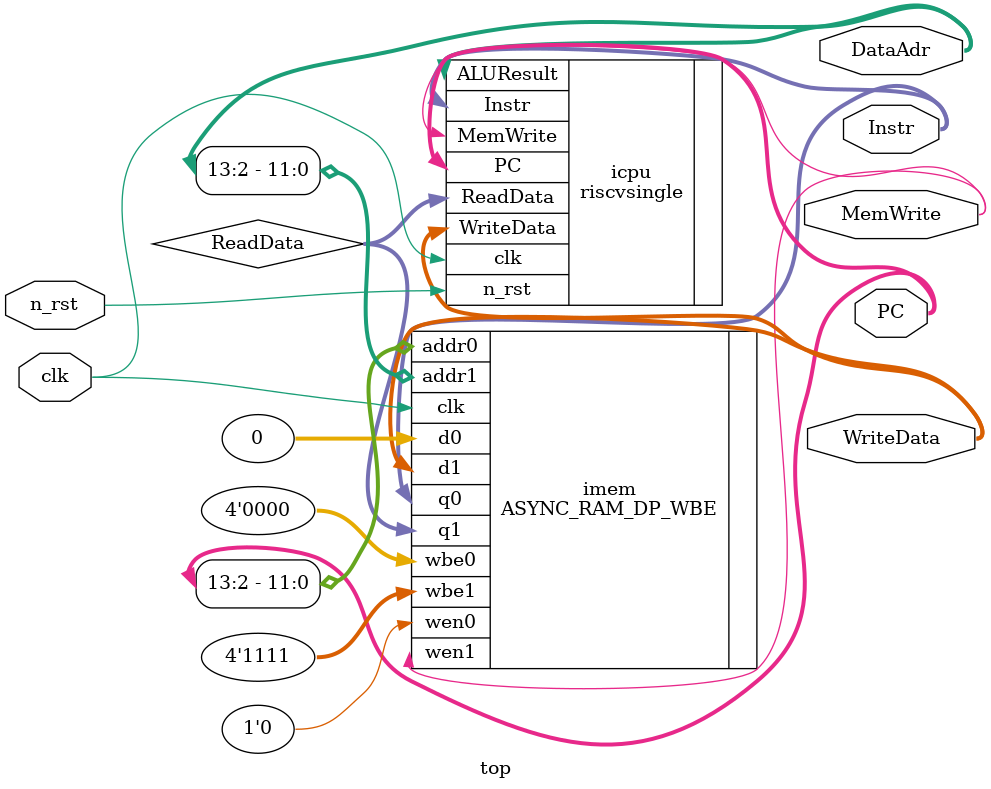
<source format=sv>
module top(
  clk,
  n_rst,
    PC,
    Instr,
  WriteData,
  DataAdr,
  MemWrite
);

  parameter RESET_PC = 32'h1000_0000;
  parameter CLOCK_FREQ = 125_000_000;
  parameter BAUD_RATE = 115_200;
  parameter MIF_HEX = "";
  parameter MIF_BIOS_HEX = "";
  parameter DWIDTH = 32;
  parameter AWIDTH = 12;

  input clk, n_rst;
    output [31:0] PC, Instr;
  output [31:0] WriteData, DataAdr;
  output MemWrite;

  wire [31:0] PC, Instr, ReadData;

  riscvsingle #(
      .RESET_PC(RESET_PC)
    ) icpu (
    .clk(clk),
    .n_rst(n_rst),
    .PC(PC),
    .Instr(Instr),
    .MemWrite(MemWrite),
    .ALUResult(DataAdr),
    .WriteData(WriteData),
    .ReadData(ReadData)
  );

  // imem imem(
  // 	.a(PC), 
  // 	.rd(Instr)
  // );

  // dmem dmem(
  // 	.clk(clk),
  // 	.wen0(MemWrite),
  // 	.addr0(DataAdr),
  // 	.d0(WriteData),
  // 	.q0(ReadData)
  // );

    ASYNC_RAM_DP_WBE #(
        .DWIDTH (DWIDTH),
        .AWIDTH (AWIDTH),
        .MIF_HEX (MIF_HEX)
    ) imem (
      .clk      (clk),
      .addr0    (PC[AWIDTH+2-1:2]),
      .addr1    (DataAdr[AWIDTH+2-1:2]),
      .wbe0     (4'd0),
      //.wbe1     (ByteEnable),
      .wbe1     (4'hF),
      .d0       (32'd0),
      .d1       (WriteData),
      .wen0     (1'b0),
      .wen1     (MemWrite),//~cs_mem_n &
      .q0       (Instr),
      .q1       (ReadData)
    );

endmodule

</source>
